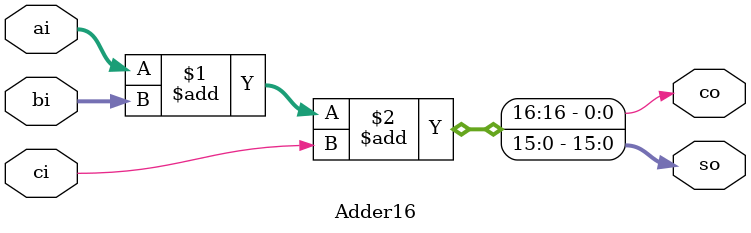
<source format=v>
`timescale 1ns / 1ns
module Adder32(
    input [31:0] ai,
    input [31:0] bi,
    input ci,
    output [31:0] so,
    output co);
    wire co_lower;
    Adder16 lower(
    .ai     (ai[15:0]),
    .bi     (bi[15:0]),
    .ci     (ci),
    .so     (so[15:0]),
    .co     (co_lower));
    Adder16 higher(
        .ai     (ai[31:16]),
        .bi     (bi[31:16]),
        .ci     (co_lower),
        .so     (so[31:16]),
        .co     (co));
endmodule

module Adder16(
    input [15:0] ai,
    input [15:0] bi,
    input ci,
    output [15:0] so,
    output co
    );
    assign {co,so}= ai+bi+ci;
endmodule

</source>
